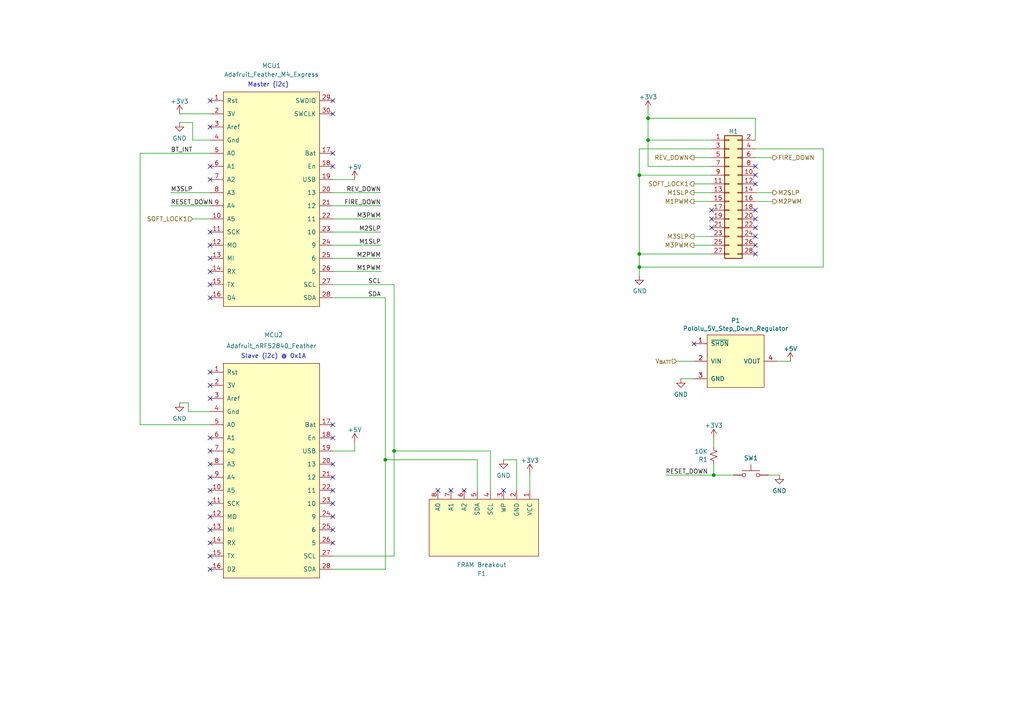
<source format=kicad_sch>
(kicad_sch (version 20211123) (generator eeschema)
  (paper "A4")
  (title_block (title "Nemesis Mod") (date "2021-12-08") (rev "v2.0") (company "https://github.com/jeff-winn/nemesis-mod") (comment 1 "For more information please visit the project website:"))
  (lib_symbols
    (symbol "Connector_Generic:Conn_02x14_Odd_Even" (pin_names (offset 1.016) hide)
      (property "Reference" "J" (at 1.27 17.78 0))
      (property "Value" "Conn_02x14_Odd_Even" (at 1.27 -20.32 0))
      (symbol "Conn_02x14_Odd_Even_1_1"
        (rectangle (start -1.27 -17.653) (end 0 -17.907) (stroke (width 0.1524)))
        (rectangle (start -1.27 -15.113) (end 0 -15.367) (stroke (width 0.1524)))
        (rectangle (start -1.27 -12.573) (end 0 -12.827) (stroke (width 0.1524)))
        (rectangle (start -1.27 -10.033) (end 0 -10.287) (stroke (width 0.1524)))
        (rectangle (start -1.27 -7.493) (end 0 -7.747) (stroke (width 0.1524)))
        (rectangle (start -1.27 -4.953) (end 0 -5.207) (stroke (width 0.1524)))
        (rectangle (start -1.27 -2.413) (end 0 -2.667) (stroke (width 0.1524)))
        (rectangle (start -1.27 0.127) (end 0 -0.127) (stroke (width 0.1524)))
        (rectangle (start -1.27 2.667) (end 0 2.413) (stroke (width 0.1524)))
        (rectangle (start -1.27 5.207) (end 0 4.953) (stroke (width 0.1524)))
        (rectangle (start -1.27 7.747) (end 0 7.493) (stroke (width 0.1524)))
        (rectangle (start -1.27 10.287) (end 0 10.033) (stroke (width 0.1524)))
        (rectangle (start -1.27 12.827) (end 0 12.573) (stroke (width 0.1524)))
        (rectangle (start -1.27 15.367) (end 0 15.113) (stroke (width 0.1524)))
        (rectangle (start -1.27 16.51) (end 3.81 -19.05) (stroke (width 0.254)) (fill (type background)))
        (rectangle (start 3.81 -17.653) (end 2.54 -17.907) (stroke (width 0.1524)))
        (rectangle (start 3.81 -15.113) (end 2.54 -15.367) (stroke (width 0.1524)))
        (rectangle (start 3.81 -12.573) (end 2.54 -12.827) (stroke (width 0.1524)))
        (rectangle (start 3.81 -10.033) (end 2.54 -10.287) (stroke (width 0.1524)))
        (rectangle (start 3.81 -7.493) (end 2.54 -7.747) (stroke (width 0.1524)))
        (rectangle (start 3.81 -4.953) (end 2.54 -5.207) (stroke (width 0.1524)))
        (rectangle (start 3.81 -2.413) (end 2.54 -2.667) (stroke (width 0.1524)))
        (rectangle (start 3.81 0.127) (end 2.54 -0.127) (stroke (width 0.1524)))
        (rectangle (start 3.81 2.667) (end 2.54 2.413) (stroke (width 0.1524)))
        (rectangle (start 3.81 5.207) (end 2.54 4.953) (stroke (width 0.1524)))
        (rectangle (start 3.81 7.747) (end 2.54 7.493) (stroke (width 0.1524)))
        (rectangle (start 3.81 10.287) (end 2.54 10.033) (stroke (width 0.1524)))
        (rectangle (start 3.81 12.827) (end 2.54 12.573) (stroke (width 0.1524)))
        (rectangle (start 3.81 15.367) (end 2.54 15.113) (stroke (width 0.1524)))
        (pin passive line (at -5.08 15.24 0) (length 3.81) (name "Pin_1") (number "1"))
        (pin passive line (at 7.62 5.08 180) (length 3.81) (name "Pin_10") (number "10"))
        (pin passive line (at -5.08 2.54 0) (length 3.81) (name "Pin_11") (number "11"))
        (pin passive line (at 7.62 2.54 180) (length 3.81) (name "Pin_12") (number "12"))
        (pin passive line (at -5.08 0 0) (length 3.81) (name "Pin_13") (number "13"))
        (pin passive line (at 7.62 0 180) (length 3.81) (name "Pin_14") (number "14"))
        (pin passive line (at -5.08 -2.54 0) (length 3.81) (name "Pin_15") (number "15"))
        (pin passive line (at 7.62 -2.54 180) (length 3.81) (name "Pin_16") (number "16"))
        (pin passive line (at -5.08 -5.08 0) (length 3.81) (name "Pin_17") (number "17"))
        (pin passive line (at 7.62 -5.08 180) (length 3.81) (name "Pin_18") (number "18"))
        (pin passive line (at -5.08 -7.62 0) (length 3.81) (name "Pin_19") (number "19"))
        (pin passive line (at 7.62 15.24 180) (length 3.81) (name "Pin_2") (number "2"))
        (pin passive line (at 7.62 -7.62 180) (length 3.81) (name "Pin_20") (number "20"))
        (pin passive line (at -5.08 -10.16 0) (length 3.81) (name "Pin_21") (number "21"))
        (pin passive line (at 7.62 -10.16 180) (length 3.81) (name "Pin_22") (number "22"))
        (pin passive line (at -5.08 -12.7 0) (length 3.81) (name "Pin_23") (number "23"))
        (pin passive line (at 7.62 -12.7 180) (length 3.81) (name "Pin_24") (number "24"))
        (pin passive line (at -5.08 -15.24 0) (length 3.81) (name "Pin_25") (number "25"))
        (pin passive line (at 7.62 -15.24 180) (length 3.81) (name "Pin_26") (number "26"))
        (pin passive line (at -5.08 -17.78 0) (length 3.81) (name "Pin_27") (number "27"))
        (pin passive line (at 7.62 -17.78 180) (length 3.81) (name "Pin_28") (number "28"))
        (pin passive line (at -5.08 12.7 0) (length 3.81) (name "Pin_3") (number "3"))
        (pin passive line (at 7.62 12.7 180) (length 3.81) (name "Pin_4") (number "4"))
        (pin passive line (at -5.08 10.16 0) (length 3.81) (name "Pin_5") (number "5"))
        (pin passive line (at 7.62 10.16 180) (length 3.81) (name "Pin_6") (number "6"))
        (pin passive line (at -5.08 7.62 0) (length 3.81) (name "Pin_7") (number "7"))
        (pin passive line (at 7.62 7.62 180) (length 3.81) (name "Pin_8") (number "8"))
        (pin passive line (at -5.08 5.08 0) (length 3.81) (name "Pin_9") (number "9"))
      )
    )
    (symbol "Device:R_Small_US" (pin_numbers hide) (pin_names (offset 0.254) hide)
      (property "Reference" "R" (at 0.762 0.508 0))
      (property "Value" "R_Small_US" (at 0.762 -1.016 0))
      (symbol "R_Small_US_1_1"
        (polyline (pts (xy 0 0) (xy 1.016 -0.381) (xy 0 -0.762) (xy -1.016 -1.143) (xy 0 -1.524)))
        (polyline (pts (xy 0 1.524) (xy 1.016 1.143) (xy 0 0.762) (xy -1.016 0.381) (xy 0 0)))
        (pin passive line (at 0 2.54 270) (length 1.016) (name "~") (number "1"))
        (pin passive line (at 0 -2.54 90) (length 1.016) (name "~") (number "2"))
      )
    )
    (symbol "Nemesis-Mod:Adafruit_Feather_M4_Express" (pin_names (offset 1.016))
      (property "Reference" "MCU" (at 8.89 -35.56 0))
      (property "Value" "Adafruit_Feather_M4_Express" (at 1.27 -33.02 0))
      (symbol "Adafruit_Feather_M4_Express_0_1"
        (rectangle (start 13.97 -30.48) (end -13.97 31.75) (fill (type background)))
      )
      (symbol "Adafruit_Feather_M4_Express_1_1"
        (pin power_in line (at -17.78 29.21 0) (length 3.81) (name "Rst") (number "1"))
        (pin bidirectional line (at -17.78 -5.08 0) (length 3.81) (name "A5") (number "10"))
        (pin bidirectional line (at -17.78 -8.89 0) (length 3.81) (name "SCK") (number "11"))
        (pin bidirectional line (at -17.78 -12.7 0) (length 3.81) (name "MO") (number "12"))
        (pin bidirectional line (at -17.78 -16.51 0) (length 3.81) (name "MI") (number "13"))
        (pin input line (at -17.78 -20.32 0) (length 3.81) (name "RX") (number "14"))
        (pin output line (at -17.78 -24.13 0) (length 3.81) (name "TX") (number "15"))
        (pin input line (at -17.78 -27.94 0) (length 3.81) (name "D4") (number "16"))
        (pin power_out line (at 17.78 13.97 180) (length 3.81) (name "Bat") (number "17"))
        (pin power_in line (at 17.78 10.16 180) (length 3.81) (name "En") (number "18"))
        (pin power_in line (at 17.78 6.35 180) (length 3.81) (name "USB") (number "19"))
        (pin power_out line (at -17.78 25.4 0) (length 3.81) (name "3V") (number "2"))
        (pin bidirectional line (at 17.78 2.54 180) (length 3.81) (name "13") (number "20"))
        (pin bidirectional line (at 17.78 -1.27 180) (length 3.81) (name "12") (number "21"))
        (pin bidirectional line (at 17.78 -5.08 180) (length 3.81) (name "11") (number "22"))
        (pin bidirectional line (at 17.78 -8.89 180) (length 3.81) (name "10") (number "23"))
        (pin bidirectional line (at 17.78 -12.7 180) (length 3.81) (name "9") (number "24"))
        (pin bidirectional line (at 17.78 -16.51 180) (length 3.81) (name "6") (number "25"))
        (pin bidirectional line (at 17.78 -20.32 180) (length 3.81) (name "5") (number "26"))
        (pin bidirectional line (at 17.78 -24.13 180) (length 3.81) (name "SCL") (number "27"))
        (pin bidirectional line (at 17.78 -27.94 180) (length 3.81) (name "SDA") (number "28"))
        (pin output line (at 17.78 29.21 180) (length 3.81) (name "SWDIO") (number "29"))
        (pin power_out line (at -17.78 21.59 0) (length 3.81) (name "Aref") (number "3"))
        (pin output line (at 17.78 25.4 180) (length 3.81) (name "SWCLK") (number "30"))
        (pin power_in line (at -17.78 17.78 0) (length 3.81) (name "Gnd") (number "4"))
        (pin bidirectional line (at -17.78 13.97 0) (length 3.81) (name "A0") (number "5"))
        (pin bidirectional line (at -17.78 10.16 0) (length 3.81) (name "A1") (number "6"))
        (pin bidirectional line (at -17.78 6.35 0) (length 3.81) (name "A2") (number "7"))
        (pin bidirectional line (at -17.78 2.54 0) (length 3.81) (name "A3") (number "8"))
        (pin bidirectional line (at -17.78 -1.27 0) (length 3.81) (name "A4") (number "9"))
      )
    )
    (symbol "Nemesis-Mod:Adafruit_I2C_FRAM_Breakout" (pin_names (offset 1.016))
      (property "Reference" "F" (at -3.81 11.43 0))
      (property "Value" "Adafruit_I2C_FRAM_Breakout" (at -3.81 8.89 0))
      (symbol "Adafruit_I2C_FRAM_Breakout_0_1"
        (rectangle (start -19.05 6.35) (end 12.7 -10.16) (fill (type background)))
      )
      (symbol "Adafruit_I2C_FRAM_Breakout_1_1"
        (pin power_in line (at -16.51 -12.7 90) (length 2.54) (name "VCC") (number "1"))
        (pin power_in line (at -12.7 -12.7 90) (length 2.54) (name "GND") (number "2"))
        (pin input line (at -8.89 -12.7 90) (length 2.54) (name "WP") (number "3"))
        (pin input line (at -5.08 -12.7 90) (length 2.54) (name "SCL") (number "4"))
        (pin input line (at -1.27 -12.7 90) (length 2.54) (name "SDA") (number "5"))
        (pin input line (at 2.54 -12.7 90) (length 2.54) (name "A2") (number "6"))
        (pin input line (at 6.35 -12.7 90) (length 2.54) (name "A1") (number "7"))
        (pin input line (at 10.16 -12.7 90) (length 2.54) (name "A0") (number "8"))
      )
    )
    (symbol "Nemesis-Mod:Adafruit_nRF52_Feather" (pin_names (offset 1.016))
      (property "Reference" "MCU" (at 8.89 -35.56 0))
      (property "Value" "Adafruit_nRF52_Feather" (at 1.27 -33.02 0))
      (symbol "Adafruit_nRF52_Feather_0_1"
        (rectangle (start 13.97 -30.48) (end -13.97 31.75) (fill (type background)))
      )
      (symbol "Adafruit_nRF52_Feather_1_1"
        (pin input line (at -17.78 29.21 0) (length 3.81) (name "Rst") (number "1"))
        (pin bidirectional line (at -17.78 -5.08 0) (length 3.81) (name "A5") (number "10"))
        (pin bidirectional line (at -17.78 -8.89 0) (length 3.81) (name "SCK") (number "11"))
        (pin bidirectional line (at -17.78 -12.7 0) (length 3.81) (name "MO") (number "12"))
        (pin bidirectional line (at -17.78 -16.51 0) (length 3.81) (name "MI") (number "13"))
        (pin input line (at -17.78 -20.32 0) (length 3.81) (name "RX") (number "14"))
        (pin output line (at -17.78 -24.13 0) (length 3.81) (name "TX") (number "15"))
        (pin input line (at -17.78 -27.94 0) (length 3.81) (name "D2") (number "16"))
        (pin power_out line (at 17.78 13.97 180) (length 3.81) (name "Bat") (number "17"))
        (pin input line (at 17.78 10.16 180) (length 3.81) (name "En") (number "18"))
        (pin power_in line (at 17.78 6.35 180) (length 3.81) (name "USB") (number "19"))
        (pin power_out line (at -17.78 25.4 0) (length 3.81) (name "3V") (number "2"))
        (pin bidirectional line (at 17.78 2.54 180) (length 3.81) (name "13") (number "20"))
        (pin bidirectional line (at 17.78 -1.27 180) (length 3.81) (name "12") (number "21"))
        (pin bidirectional line (at 17.78 -5.08 180) (length 3.81) (name "11") (number "22"))
        (pin bidirectional line (at 17.78 -8.89 180) (length 3.81) (name "10") (number "23"))
        (pin bidirectional line (at 17.78 -12.7 180) (length 3.81) (name "9") (number "24"))
        (pin bidirectional line (at 17.78 -16.51 180) (length 3.81) (name "6") (number "25"))
        (pin bidirectional line (at 17.78 -20.32 180) (length 3.81) (name "5") (number "26"))
        (pin bidirectional line (at 17.78 -24.13 180) (length 3.81) (name "SCL") (number "27"))
        (pin bidirectional line (at 17.78 -27.94 180) (length 3.81) (name "SDA") (number "28"))
        (pin power_out line (at -17.78 21.59 0) (length 3.81) (name "Aref") (number "3"))
        (pin power_in line (at -17.78 17.78 0) (length 3.81) (name "Gnd") (number "4"))
        (pin bidirectional line (at -17.78 13.97 0) (length 3.81) (name "A0") (number "5"))
        (pin bidirectional line (at -17.78 10.16 0) (length 3.81) (name "A1") (number "6"))
        (pin bidirectional line (at -17.78 6.35 0) (length 3.81) (name "A2") (number "7"))
        (pin bidirectional line (at -17.78 2.54 0) (length 3.81) (name "A3") (number "8"))
        (pin bidirectional line (at -17.78 -1.27 0) (length 3.81) (name "A4") (number "9"))
      )
    )
    (symbol "Nemesis-Mod:Pololu_5V_Step_Down_Regulator" (pin_names (offset 1.016))
      (property "Reference" "V?" (at -3.81 1.27 0))
      (property "Value" "Pololu_5V_Step_Down_Regulator" (at -3.81 3.81 0))
      (symbol "Pololu_5V_Step_Down_Regulator_0_1"
        (rectangle (start -12.7 21.59) (end 3.81 6.35) (fill (type background)))
      )
      (symbol "Pololu_5V_Step_Down_Regulator_1_1"
        (pin input line (at -16.51 19.05 0) (length 3.81) (name "~{SHDN}") (number "1"))
        (pin power_in line (at -16.51 13.97 0) (length 3.81) (name "VIN") (number "2"))
        (pin power_in line (at -16.51 8.89 0) (length 3.81) (name "GND") (number "3"))
        (pin power_out line (at 7.62 13.97 180) (length 3.81) (name "VOUT") (number "4"))
      )
    )
    (symbol "Switch:SW_Push" (pin_numbers hide) (pin_names (offset 1.016) hide)
      (property "Reference" "SW" (at 1.27 2.54 0))
      (property "Value" "SW_Push" (at 0 -1.524 0))
      (symbol "SW_Push_0_1"
        (circle (center -2.032 0) (radius 0.508))
        (polyline (pts (xy 0 1.27) (xy 0 3.048)))
        (polyline (pts (xy 2.54 1.27) (xy -2.54 1.27)))
        (circle (center 2.032 0) (radius 0.508))
        (pin passive line (at -5.08 0 0) (length 2.54) (name "1") (number "1"))
        (pin passive line (at 5.08 0 180) (length 2.54) (name "2") (number "2"))
      )
    )
    (symbol "power:+3.3V" (power) (pin_names (offset 0))
      (property "Value" "+3.3V" (at 0 3.556 0))
      (symbol "+3.3V_0_1"
        (polyline (pts (xy -0.762 1.27) (xy 0 2.54)))
        (polyline (pts (xy 0 0) (xy 0 2.54)))
        (polyline (pts (xy 0 2.54) (xy 0.762 1.27)))
      )
      (symbol "+3.3V_1_1"
        (pin power_in line (at 0 0 90) (length 0) hide (name "+3V3") (number "1"))
      )
    )
    (symbol "power:+5V" (power) (pin_names (offset 0))
      (property "Value" "+5V" (at 0 3.556 0))
      (symbol "+5V_0_1"
        (polyline (pts (xy -0.762 1.27) (xy 0 2.54)))
        (polyline (pts (xy 0 0) (xy 0 2.54)))
        (polyline (pts (xy 0 2.54) (xy 0.762 1.27)))
      )
      (symbol "+5V_1_1"
        (pin power_in line (at 0 0 90) (length 0) hide (name "+5V") (number "1"))
      )
    )
    (symbol "power:GND" (power) (pin_names (offset 0))
      (property "Value" "GND" (at 0 -3.81 0))
      (symbol "GND_0_1"
        (polyline (pts (xy 0 0) (xy 0 -1.27) (xy 1.27 -1.27) (xy 0 -2.54) (xy -1.27 -1.27) (xy 0 -1.27)))
      )
      (symbol "GND_1_1"
        (pin power_in line (at 0 0 270) (length 0) hide (name "GND") (number "1"))
      )
    )
  )
  (junction (at 185.42 50.8))
  (junction (at 185.42 77.47))
  (junction (at 187.96 34.29))
  (junction (at 207.01 137.795))
  (junction (at 111.76 133.35))
  (junction (at 185.42 73.66))
  (junction (at 187.96 40.64))
  (junction (at 114.3 130.81))
  (no_connect (at 206.375 66.04))
  (no_connect (at 60.96 78.74))
  (no_connect (at 60.96 111.76))
  (no_connect (at 127 142.24))
  (no_connect (at 130.81 142.24))
  (no_connect (at 134.62 142.24))
  (no_connect (at 146.05 142.24))
  (no_connect (at 60.96 86.36))
  (no_connect (at 60.96 82.55))
  (no_connect (at 96.52 48.26))
  (no_connect (at 219.075 66.04))
  (no_connect (at 219.075 60.96))
  (no_connect (at 96.52 33.02))
  (no_connect (at 96.52 29.21))
  (no_connect (at 96.52 44.45))
  (no_connect (at 206.375 60.96))
  (no_connect (at 219.075 73.66))
  (no_connect (at 60.96 71.12))
  (no_connect (at 219.075 68.58))
  (no_connect (at 60.96 74.93))
  (no_connect (at 60.96 52.07))
  (no_connect (at 219.075 48.26))
  (no_connect (at 60.96 67.31))
  (no_connect (at 219.075 71.12))
  (no_connect (at 206.375 63.5))
  (no_connect (at 60.96 29.21))
  (no_connect (at 60.96 153.67))
  (no_connect (at 60.96 157.48))
  (no_connect (at 60.96 138.43))
  (no_connect (at 60.96 134.62))
  (no_connect (at 60.96 149.86))
  (no_connect (at 60.96 142.24))
  (no_connect (at 60.96 146.05))
  (no_connect (at 60.96 127))
  (no_connect (at 60.96 130.81))
  (no_connect (at 201.295 99.695))
  (no_connect (at 219.075 53.34))
  (no_connect (at 60.96 48.26))
  (no_connect (at 219.075 50.8))
  (no_connect (at 60.96 36.83))
  (no_connect (at 219.075 63.5))
  (no_connect (at 60.96 165.1))
  (no_connect (at 60.96 161.29))
  (no_connect (at 96.52 149.86))
  (no_connect (at 96.52 153.67))
  (no_connect (at 96.52 146.05))
  (no_connect (at 96.52 134.62))
  (no_connect (at 96.52 142.24))
  (no_connect (at 96.52 138.43))
  (no_connect (at 96.52 127))
  (no_connect (at 96.52 157.48))
  (no_connect (at 96.52 123.19))
  (no_connect (at 60.96 107.95))
  (no_connect (at 60.96 115.57))
  (wire (pts (xy 138.43 133.35) (xy 111.76 133.35)))
  (wire (pts (xy 96.52 59.69) (xy 110.49 59.69)))
  (wire (pts (xy 114.3 161.29) (xy 96.52 161.29)))
  (wire (pts (xy 114.3 82.55) (xy 114.3 130.81)))
  (wire (pts (xy 185.42 50.8) (xy 206.375 50.8)))
  (wire (pts (xy 185.42 43.18) (xy 185.42 50.8)))
  (wire (pts (xy 207.01 127) (xy 207.01 129.54)))
  (wire (pts (xy 102.87 128.27) (xy 102.87 130.81)))
  (wire (pts (xy 187.96 40.64) (xy 187.96 48.26)))
  (wire (pts (xy 201.295 53.34) (xy 206.375 53.34)))
  (wire (pts (xy 185.42 73.66) (xy 206.375 73.66)))
  (wire (pts (xy 193.04 137.795) (xy 207.01 137.795)))
  (wire (pts (xy 196.215 104.775) (xy 201.295 104.775)))
  (wire (pts (xy 222.885 137.795) (xy 226.06 137.795)))
  (wire (pts (xy 55.88 40.64) (xy 55.88 35.56)))
  (wire (pts (xy 96.52 78.74) (xy 110.49 78.74)))
  (wire (pts (xy 138.43 142.24) (xy 138.43 133.35)))
  (wire (pts (xy 238.76 77.47) (xy 238.76 43.18)))
  (wire (pts (xy 187.96 40.64) (xy 206.375 40.64)))
  (wire (pts (xy 185.42 77.47) (xy 238.76 77.47)))
  (wire (pts (xy 40.64 44.45) (xy 40.64 123.19)))
  (wire (pts (xy 201.295 68.58) (xy 206.375 68.58)))
  (wire (pts (xy 207.01 134.62) (xy 207.01 137.795)))
  (wire (pts (xy 96.52 86.36) (xy 111.76 86.36)))
  (wire (pts (xy 149.86 133.35) (xy 146.05 133.35)))
  (wire (pts (xy 96.52 63.5) (xy 110.49 63.5)))
  (wire (pts (xy 201.295 58.42) (xy 206.375 58.42)))
  (wire (pts (xy 54.61 119.38) (xy 54.61 116.84)))
  (wire (pts (xy 219.075 40.64) (xy 219.075 34.29)))
  (wire (pts (xy 40.64 44.45) (xy 60.96 44.45)))
  (wire (pts (xy 185.42 73.66) (xy 185.42 77.47)))
  (wire (pts (xy 219.075 45.72) (xy 224.155 45.72)))
  (wire (pts (xy 114.3 130.81) (xy 114.3 161.29)))
  (wire (pts (xy 60.96 40.64) (xy 55.88 40.64)))
  (wire (pts (xy 197.485 109.855) (xy 201.295 109.855)))
  (wire (pts (xy 96.52 82.55) (xy 114.3 82.55)))
  (wire (pts (xy 219.075 55.88) (xy 224.155 55.88)))
  (wire (pts (xy 153.67 137.16) (xy 153.67 142.24)))
  (wire (pts (xy 60.96 55.88) (xy 49.53 55.88)))
  (wire (pts (xy 187.96 34.29) (xy 187.96 40.64)))
  (wire (pts (xy 187.96 34.29) (xy 219.075 34.29)))
  (wire (pts (xy 142.24 142.24) (xy 142.24 130.81)))
  (wire (pts (xy 40.64 123.19) (xy 60.96 123.19)))
  (wire (pts (xy 102.87 130.81) (xy 96.52 130.81)))
  (wire (pts (xy 185.42 50.8) (xy 185.42 73.66)))
  (wire (pts (xy 187.96 48.26) (xy 206.375 48.26)))
  (wire (pts (xy 201.295 45.72) (xy 206.375 45.72)))
  (wire (pts (xy 54.61 116.84) (xy 52.07 116.84)))
  (wire (pts (xy 149.86 133.35) (xy 149.86 142.24)))
  (wire (pts (xy 55.88 63.5) (xy 60.96 63.5)))
  (wire (pts (xy 207.01 137.795) (xy 212.725 137.795)))
  (wire (pts (xy 187.96 31.75) (xy 187.96 34.29)))
  (wire (pts (xy 96.52 71.12) (xy 110.49 71.12)))
  (wire (pts (xy 201.295 71.12) (xy 206.375 71.12)))
  (wire (pts (xy 55.88 35.56) (xy 52.07 35.56)))
  (wire (pts (xy 52.07 33.02) (xy 60.96 33.02)))
  (wire (pts (xy 219.075 58.42) (xy 224.155 58.42)))
  (wire (pts (xy 185.42 43.18) (xy 206.375 43.18)))
  (wire (pts (xy 185.42 77.47) (xy 185.42 80.01)))
  (wire (pts (xy 111.76 133.35) (xy 111.76 165.1)))
  (wire (pts (xy 60.96 59.69) (xy 49.53 59.69)))
  (wire (pts (xy 96.52 67.31) (xy 110.49 67.31)))
  (wire (pts (xy 96.52 74.93) (xy 110.49 74.93)))
  (wire (pts (xy 201.295 55.88) (xy 206.375 55.88)))
  (wire (pts (xy 96.52 52.07) (xy 102.87 52.07)))
  (wire (pts (xy 142.24 130.81) (xy 114.3 130.81)))
  (wire (pts (xy 60.96 119.38) (xy 54.61 119.38)))
  (wire (pts (xy 111.76 165.1) (xy 96.52 165.1)))
  (wire (pts (xy 96.52 55.88) (xy 110.49 55.88)))
  (wire (pts (xy 225.425 104.775) (xy 229.235 104.775)))
  (wire (pts (xy 219.075 43.18) (xy 238.76 43.18)))
  (wire (pts (xy 111.76 86.36) (xy 111.76 133.35)))
  (text "Master (i2c)" (at 83.82 25.4 180) (effects (font (size 1.27 1.27)) (justify right bottom)))
  (text "Slave (i2c) @ 0x1A" (at 69.85 104.14 0) (effects (font (size 1.27 1.27)) (justify left bottom)))
  (label "RESET_DOWN" (at 49.53 59.69 0))
  (label "RESET_DOWN" (at 193.04 137.795 0))
  (label "SCL" (at 110.49 82.55 180))
  (label "M1PWM" (at 110.49 78.74 180))
  (label "M1SLP" (at 110.49 71.12 180))
  (label "M2SLP" (at 110.49 67.31 180))
  (label "BT_INT" (at 49.53 44.45 0))
  (label "M3SLP" (at 49.53 55.88 0))
  (label "FIRE_DOWN" (at 110.49 59.69 180))
  (label "SDA" (at 110.49 86.36 180))
  (label "REV_DOWN" (at 110.49 55.88 180))
  (label "M2PWM" (at 110.49 74.93 180))
  (label "M3PWM" (at 110.49 63.5 180))
  (hierarchical_label "SOFT_LOCK1" (shape input) (at 55.88 63.5 180))
  (hierarchical_label "M3SLP" (shape output) (at 201.295 68.58 180))
  (hierarchical_label "M2PWM" (shape output) (at 224.155 58.42 0))
  (hierarchical_label "FIRE_DOWN" (shape output) (at 224.155 45.72 0))
  (hierarchical_label "SOFT_LOCK1" (shape output) (at 201.295 53.34 180))
  (hierarchical_label "M1PWM" (shape output) (at 201.295 58.42 180))
  (hierarchical_label "M1SLP" (shape output) (at 201.295 55.88 180))
  (hierarchical_label "M2SLP" (shape output) (at 224.155 55.88 0))
  (hierarchical_label "REV_DOWN" (shape output) (at 201.295 45.72 180))
  (hierarchical_label "M3PWM" (shape output) (at 201.295 71.12 180))
  (hierarchical_label "V_{BATT}" (shape input) (at 196.215 104.775 180))
  (symbol (lib_id "power:+5V") (at 102.87 52.07 0) (unit 1)
    (property "Reference" "#PWR0103" (effects hide))
    (property "Value" "+5V" (at 102.87 48.4655 0))
  )
  (symbol (lib_id "power:GND") (at 52.07 35.56 0) (unit 1)
    (property "Reference" "#PWR0109" (effects hide))
    (property "Value" "GND" (at 52.07 40.1225 0))
  )
  (symbol (lib_id "power:GND") (at 185.42 80.01 0) (unit 1)
    (property "Reference" "#PWR0106" (effects hide))
    (property "Value" "GND" (at 185.547 84.4042 0))
  )
  (symbol (lib_id "power:GND") (at 52.07 116.84 0) (unit 1)
    (property "Reference" "#PWR0116" (effects hide))
    (property "Value" "GND" (at 52.07 121.4025 0))
  )
  (symbol (lib_id "power:+3.3V") (at 52.07 33.02 0) (unit 1)
    (property "Reference" "#PWR0104" (effects hide))
    (property "Value" "+3.3V" (at 52.07 29.4155 0))
  )
  (symbol (lib_id "Connector_Generic:Conn_02x14_Odd_Even") (at 211.455 55.88 0) (unit 1)
    (property "Reference" "H1" (at 212.725 38.1 0))
    (property "Value" " " (at 212.725 37.4396 0))
    (property "Footprint" "Connector_PinHeader_2.54mm:PinHeader_2x14_P2.54mm_Vertical" (effects hide))
  )
  (symbol (lib_id "Device:R_Small_US") (at 207.01 132.08 180) (unit 1)
    (property "Reference" "R1" (at 205.2828 133.2484 0) (effects (justify left)))
    (property "Value" "10K" (at 205.2828 130.937 0) (effects (justify left)))
    (property "Footprint" "Resistor_THT:R_Axial_DIN0207_L6.3mm_D2.5mm_P5.08mm_Vertical" (effects hide))
  )
  (symbol (lib_id "power:+3.3V") (at 187.96 31.75 0) (unit 1)
    (property "Reference" "#PWR0114" (effects hide))
    (property "Value" "+3.3V" (at 187.96 28.1455 0))
  )
  (symbol (lib_id "power:GND") (at 197.485 109.855 0) (unit 1)
    (property "Reference" "#PWR0107" (effects hide))
    (property "Value" "GND" (at 197.485 114.4175 0))
  )
  (symbol (lib_id "power:+3.3V") (at 153.67 137.16 0) (unit 1)
    (property "Reference" "#PWR0108" (effects hide))
    (property "Value" "+3.3V" (at 153.67 133.5555 0))
  )
  (symbol (lib_id "Nemesis-Mod:Adafruit_Feather_M4_Express") (at 78.74 58.42 0) (unit 1)
    (property "Reference" "MCU1" (at 78.74 19.05 0))
    (property "Value" "Adafruit_Feather_M4_Express" (at 78.74 21.59 0))
    (property "Footprint" "Adafruit:Adafruit_Feather_M4_Express" (effects hide))
  )
  (symbol (lib_id "power:+3.3V") (at 207.01 127 0) (unit 1)
    (property "Reference" "#PWR0111" (effects hide))
    (property "Value" "+3.3V" (at 207.01 123.3955 0))
  )
  (symbol (lib_id "power:GND") (at 226.06 137.795 0) (unit 1)
    (property "Reference" "#PWR0113" (effects hide))
    (property "Value" "GND" (at 226.06 142.3575 0))
  )
  (symbol (lib_id "Nemesis-Mod:Adafruit_nRF52_Feather") (at 78.74 137.16 0) (unit 1)
    (property "Reference" "MCU2" (at 79.375 97.155 0))
    (property "Value" "Adafruit_nRF52840_Feather" (at 78.74 100.33 0))
  )
  (symbol (lib_id "power:GND") (at 146.05 133.35 0) (unit 1)
    (property "Reference" "#PWR0105" (effects hide))
    (property "Value" "GND" (at 146.05 137.9125 0))
  )
  (symbol (lib_id "power:+5V") (at 229.235 104.775 0) (unit 1)
    (property "Reference" "#PWR0110" (effects hide))
    (property "Value" "+5V" (at 229.235 101.1705 0))
  )
  (symbol (lib_id "power:+5V") (at 102.87 128.27 0) (unit 1)
    (property "Reference" "#PWR0112" (effects hide))
    (property "Value" "+5V" (at 102.87 124.6655 0))
  )
  (symbol (lib_id "Nemesis-Mod:Pololu_5V_Step_Down_Regulator") (at 217.805 118.745 0) (unit 1)
    (property "Reference" "P1" (at 213.36 92.964 0))
    (property "Value" "Pololu_5V_Step_Down_Regulator" (at 213.36 95.2754 0))
    (property "Footprint" "Pololu:5V_Step_Down_Regulator_500mA" (effects hide))
  )
  (symbol (lib_id "Nemesis-Mod:Adafruit_I2C_FRAM_Breakout") (at 137.16 154.94 180) (unit 1)
    (property "Reference" "F1" (at 139.7 166.37 0))
    (property "Value" "FRAM Breakout" (at 139.7 163.83 0))
    (property "Footprint" "Adafruit:Adafruit_I2C_FRAM_Breakout" (effects hide))
  )
  (symbol (lib_id "Switch:SW_Push") (at 217.805 137.795 0) (unit 1)
    (property "Reference" "SW1" (at 506.095 138.176 0))
    (property "Value" "SW1" (at 217.805 132.8674 0))
    (property "Footprint" "Button_Switch_THT:SW_PUSH_6mm" (effects hide))
    (property "MPID" "367 (Adafruit)" (effects hide))
  )
)
</source>
